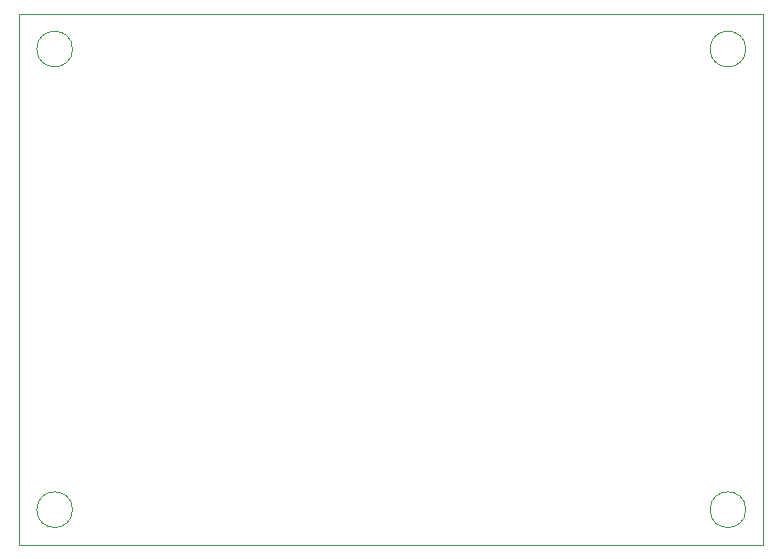
<source format=gbr>
%TF.GenerationSoftware,KiCad,Pcbnew,7.0.10*%
%TF.CreationDate,2024-03-31T16:18:23-04:00*%
%TF.ProjectId,comparison,636f6d70-6172-4697-936f-6e2e6b696361,rev?*%
%TF.SameCoordinates,Original*%
%TF.FileFunction,Profile,NP*%
%FSLAX46Y46*%
G04 Gerber Fmt 4.6, Leading zero omitted, Abs format (unit mm)*
G04 Created by KiCad (PCBNEW 7.0.10) date 2024-03-31 16:18:23*
%MOMM*%
%LPD*%
G01*
G04 APERTURE LIST*
%TA.AperFunction,Profile*%
%ADD10C,0.100000*%
%TD*%
G04 APERTURE END LIST*
D10*
X41510000Y-28000000D02*
G75*
G03*
X38490000Y-28000000I-1510000J0D01*
G01*
X38490000Y-28000000D02*
G75*
G03*
X41510000Y-28000000I1510000J0D01*
G01*
X98510000Y-67000000D02*
G75*
G03*
X95490000Y-67000000I-1510000J0D01*
G01*
X95490000Y-67000000D02*
G75*
G03*
X98510000Y-67000000I1510000J0D01*
G01*
X98510000Y-28000000D02*
G75*
G03*
X95490000Y-28000000I-1510000J0D01*
G01*
X95490000Y-28000000D02*
G75*
G03*
X98510000Y-28000000I1510000J0D01*
G01*
X41510000Y-67000000D02*
G75*
G03*
X38490000Y-67000000I-1510000J0D01*
G01*
X38490000Y-67000000D02*
G75*
G03*
X41510000Y-67000000I1510000J0D01*
G01*
X37000000Y-25000000D02*
X100000000Y-25000000D01*
X100000000Y-70000000D01*
X37000000Y-70000000D01*
X37000000Y-25000000D01*
M02*

</source>
